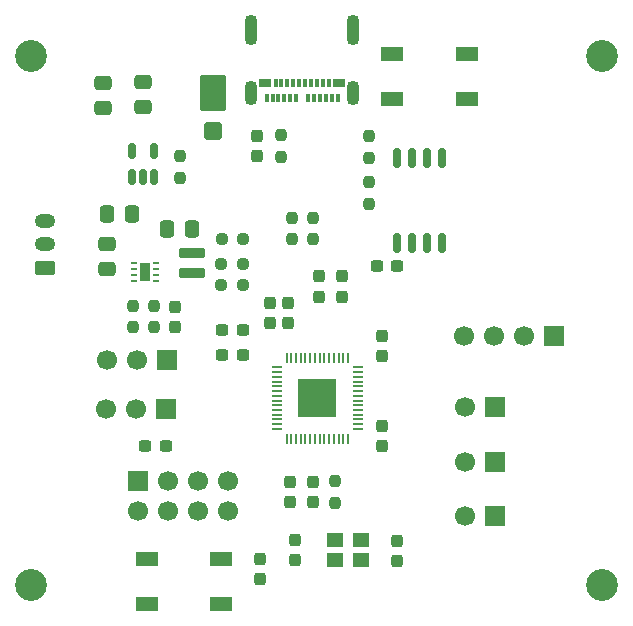
<source format=gbr>
%TF.GenerationSoftware,KiCad,Pcbnew,9.0.1*%
%TF.CreationDate,2025-11-13T19:44:27+01:00*%
%TF.ProjectId,RC thing,52432074-6869-46e6-972e-6b696361645f,rev?*%
%TF.SameCoordinates,Original*%
%TF.FileFunction,Soldermask,Bot*%
%TF.FilePolarity,Negative*%
%FSLAX46Y46*%
G04 Gerber Fmt 4.6, Leading zero omitted, Abs format (unit mm)*
G04 Created by KiCad (PCBNEW 9.0.1) date 2025-11-13 19:44:27*
%MOMM*%
%LPD*%
G01*
G04 APERTURE LIST*
G04 Aperture macros list*
%AMRoundRect*
0 Rectangle with rounded corners*
0 $1 Rounding radius*
0 $2 $3 $4 $5 $6 $7 $8 $9 X,Y pos of 4 corners*
0 Add a 4 corners polygon primitive as box body*
4,1,4,$2,$3,$4,$5,$6,$7,$8,$9,$2,$3,0*
0 Add four circle primitives for the rounded corners*
1,1,$1+$1,$2,$3*
1,1,$1+$1,$4,$5*
1,1,$1+$1,$6,$7*
1,1,$1+$1,$8,$9*
0 Add four rect primitives between the rounded corners*
20,1,$1+$1,$2,$3,$4,$5,0*
20,1,$1+$1,$4,$5,$6,$7,0*
20,1,$1+$1,$6,$7,$8,$9,0*
20,1,$1+$1,$8,$9,$2,$3,0*%
G04 Aperture macros list end*
%ADD10C,2.700000*%
%ADD11RoundRect,0.237500X-0.237500X0.250000X-0.237500X-0.250000X0.237500X-0.250000X0.237500X0.250000X0*%
%ADD12RoundRect,0.250000X-0.850000X1.300000X-0.850000X-1.300000X0.850000X-1.300000X0.850000X1.300000X0*%
%ADD13RoundRect,0.250000X-0.510000X0.500000X-0.510000X-0.500000X0.510000X-0.500000X0.510000X0.500000X0*%
%ADD14RoundRect,0.237500X-0.237500X0.300000X-0.237500X-0.300000X0.237500X-0.300000X0.237500X0.300000X0*%
%ADD15R,1.700000X1.700000*%
%ADD16C,1.700000*%
%ADD17RoundRect,0.237500X-0.250000X-0.237500X0.250000X-0.237500X0.250000X0.237500X-0.250000X0.237500X0*%
%ADD18RoundRect,0.237500X0.237500X-0.300000X0.237500X0.300000X-0.237500X0.300000X-0.237500X-0.300000X0*%
%ADD19RoundRect,0.162500X-0.162500X0.650000X-0.162500X-0.650000X0.162500X-0.650000X0.162500X0.650000X0*%
%ADD20RoundRect,0.250000X0.337500X0.475000X-0.337500X0.475000X-0.337500X-0.475000X0.337500X-0.475000X0*%
%ADD21RoundRect,0.237500X0.250000X0.237500X-0.250000X0.237500X-0.250000X-0.237500X0.250000X-0.237500X0*%
%ADD22RoundRect,0.237500X0.237500X-0.250000X0.237500X0.250000X-0.237500X0.250000X-0.237500X-0.250000X0*%
%ADD23RoundRect,0.250000X0.625000X-0.350000X0.625000X0.350000X-0.625000X0.350000X-0.625000X-0.350000X0*%
%ADD24O,1.750000X1.200000*%
%ADD25RoundRect,0.250000X-0.475000X0.337500X-0.475000X-0.337500X0.475000X-0.337500X0.475000X0.337500X0*%
%ADD26RoundRect,0.102000X-0.850000X-0.500000X0.850000X-0.500000X0.850000X0.500000X-0.850000X0.500000X0*%
%ADD27RoundRect,0.050000X0.387500X0.050000X-0.387500X0.050000X-0.387500X-0.050000X0.387500X-0.050000X0*%
%ADD28RoundRect,0.050000X0.050000X0.387500X-0.050000X0.387500X-0.050000X-0.387500X0.050000X-0.387500X0*%
%ADD29R,3.200000X3.200000*%
%ADD30RoundRect,0.102000X0.850000X0.500000X-0.850000X0.500000X-0.850000X-0.500000X0.850000X-0.500000X0*%
%ADD31RoundRect,0.237500X0.300000X0.237500X-0.300000X0.237500X-0.300000X-0.237500X0.300000X-0.237500X0*%
%ADD32RoundRect,0.062500X-0.187500X-0.062500X0.187500X-0.062500X0.187500X0.062500X-0.187500X0.062500X0*%
%ADD33R,0.900000X1.600000*%
%ADD34RoundRect,0.212500X0.887500X-0.212500X0.887500X0.212500X-0.887500X0.212500X-0.887500X-0.212500X0*%
%ADD35RoundRect,0.150000X0.150000X-0.512500X0.150000X0.512500X-0.150000X0.512500X-0.150000X-0.512500X0*%
%ADD36R,1.400000X1.200000*%
%ADD37R,0.300000X0.700000*%
%ADD38R,1.000000X0.700000*%
%ADD39O,1.100000X2.600000*%
%ADD40O,1.100000X2.100000*%
%ADD41RoundRect,0.250000X0.475000X-0.337500X0.475000X0.337500X-0.475000X0.337500X-0.475000X-0.337500X0*%
G04 APERTURE END LIST*
D10*
%TO.C,H3*%
X164225000Y-89875000D03*
%TD*%
%TO.C,H1*%
X115875000Y-45060000D03*
%TD*%
%TO.C,H2*%
X164200000Y-45060000D03*
%TD*%
%TO.C,H4*%
X115875000Y-89875000D03*
%TD*%
D11*
%TO.C,R7*%
X141625000Y-81075000D03*
X141625000Y-82900000D03*
%TD*%
D12*
%TO.C,D1*%
X131275000Y-48190000D03*
D13*
X131275000Y-51410000D03*
%TD*%
D14*
%TO.C,C10*%
X139775000Y-81125000D03*
X139775000Y-82850000D03*
%TD*%
D15*
%TO.C,U102*%
X124966750Y-81023250D03*
D16*
X124966750Y-83563250D03*
X127506750Y-81023250D03*
X127506750Y-83563250D03*
X130046750Y-81023250D03*
X130046750Y-83563250D03*
X132586750Y-81023250D03*
X132586750Y-83563250D03*
%TD*%
D15*
%TO.C,SW2*%
X155125000Y-74800000D03*
D16*
X152585000Y-74800000D03*
%TD*%
D17*
%TO.C,R403*%
X131987500Y-64425000D03*
X133812500Y-64425000D03*
%TD*%
D18*
%TO.C,C4*%
X137650000Y-67662500D03*
X137650000Y-65937500D03*
%TD*%
D15*
%TO.C,J2*%
X160180000Y-68725000D03*
D16*
X157640000Y-68725000D03*
X155100000Y-68725000D03*
X152560000Y-68725000D03*
%TD*%
D18*
%TO.C,C8*%
X136075000Y-67662500D03*
X136075000Y-65937500D03*
%TD*%
D19*
%TO.C,U3*%
X146890000Y-53675000D03*
X148160000Y-53675000D03*
X149430000Y-53675000D03*
X150700000Y-53675000D03*
X150700000Y-60850000D03*
X149430000Y-60850000D03*
X148160000Y-60850000D03*
X146890000Y-60850000D03*
%TD*%
D20*
%TO.C,C402*%
X124387500Y-58475000D03*
X122312500Y-58475000D03*
%TD*%
D18*
%TO.C,C15*%
X145600000Y-70482500D03*
X145600000Y-68757500D03*
%TD*%
%TO.C,C30*%
X128050000Y-68012500D03*
X128050000Y-66287500D03*
%TD*%
D15*
%TO.C,RV3*%
X127275000Y-74975000D03*
D16*
X124735000Y-74975000D03*
X122195000Y-74975000D03*
%TD*%
D21*
%TO.C,R405*%
X133861025Y-60525000D03*
X132036025Y-60525000D03*
%TD*%
D18*
%TO.C,C5*%
X142225000Y-65437500D03*
X142225000Y-63712500D03*
%TD*%
D22*
%TO.C,R10*%
X144500000Y-53687500D03*
X144500000Y-51862500D03*
%TD*%
D23*
%TO.C,BT1*%
X117075000Y-63000000D03*
D24*
X117075000Y-61000000D03*
X117075000Y-59000000D03*
%TD*%
D15*
%TO.C,SW3*%
X155125000Y-79390000D03*
D16*
X152585000Y-79390000D03*
%TD*%
D25*
%TO.C,C403*%
X122000000Y-47362500D03*
X122000000Y-49437500D03*
%TD*%
D26*
%TO.C,SW1*%
X125700000Y-87650000D03*
X132000000Y-87650000D03*
X125700000Y-91450000D03*
X132000000Y-91450000D03*
%TD*%
D27*
%TO.C,U2*%
X143550000Y-71425000D03*
X143550000Y-71825000D03*
X143550000Y-72225000D03*
X143550000Y-72625000D03*
X143550000Y-73025000D03*
X143550000Y-73425000D03*
X143550000Y-73825000D03*
X143550000Y-74225000D03*
X143550000Y-74625000D03*
X143550000Y-75025000D03*
X143550000Y-75425000D03*
X143550000Y-75825000D03*
X143550000Y-76225000D03*
X143550000Y-76625000D03*
D28*
X142712500Y-77462500D03*
X142312500Y-77462500D03*
X141912500Y-77462500D03*
X141512500Y-77462500D03*
X141112500Y-77462500D03*
X140712500Y-77462500D03*
X140312500Y-77462500D03*
X139912500Y-77462500D03*
X139512500Y-77462500D03*
X139112500Y-77462500D03*
X138712500Y-77462500D03*
X138312500Y-77462500D03*
X137912500Y-77462500D03*
X137512500Y-77462500D03*
D27*
X136675000Y-76625000D03*
X136675000Y-76225000D03*
X136675000Y-75825000D03*
X136675000Y-75425000D03*
X136675000Y-75025000D03*
X136675000Y-74625000D03*
X136675000Y-74225000D03*
X136675000Y-73825000D03*
X136675000Y-73425000D03*
X136675000Y-73025000D03*
X136675000Y-72625000D03*
X136675000Y-72225000D03*
X136675000Y-71825000D03*
X136675000Y-71425000D03*
D28*
X137512500Y-70587500D03*
X137912500Y-70587500D03*
X138312500Y-70587500D03*
X138712500Y-70587500D03*
X139112500Y-70587500D03*
X139512500Y-70587500D03*
X139912500Y-70587500D03*
X140312500Y-70587500D03*
X140712500Y-70587500D03*
X141112500Y-70587500D03*
X141512500Y-70587500D03*
X141912500Y-70587500D03*
X142312500Y-70587500D03*
X142712500Y-70587500D03*
D29*
X140112500Y-74025000D03*
%TD*%
D30*
%TO.C,SW5*%
X152775000Y-48725000D03*
X146475000Y-48725000D03*
X152775000Y-44925000D03*
X146475000Y-44925000D03*
%TD*%
D14*
%TO.C,C16*%
X135025000Y-51800000D03*
X135025000Y-53525000D03*
%TD*%
D20*
%TO.C,C404*%
X129486025Y-59700000D03*
X127411025Y-59700000D03*
%TD*%
D11*
%TO.C,R25*%
X124550000Y-66212500D03*
X124550000Y-68037500D03*
%TD*%
D31*
%TO.C,C1*%
X146875000Y-62850000D03*
X145150000Y-62850000D03*
%TD*%
D14*
%TO.C,C12*%
X145600000Y-76387500D03*
X145600000Y-78112500D03*
%TD*%
%TO.C,R1*%
X135275000Y-87650000D03*
X135275000Y-89375000D03*
%TD*%
D32*
%TO.C,U401*%
X124573525Y-64075000D03*
X124573525Y-63575000D03*
X124573525Y-63075000D03*
X124573525Y-62575000D03*
X126473525Y-62575000D03*
X126473525Y-63075000D03*
X126473525Y-63575000D03*
X126473525Y-64075000D03*
D33*
X125523525Y-63325000D03*
%TD*%
D15*
%TO.C,RV4*%
X127350000Y-70800000D03*
D16*
X124810000Y-70800000D03*
X122270000Y-70800000D03*
%TD*%
D31*
%TO.C,C11*%
X127275000Y-78050000D03*
X125550000Y-78050000D03*
%TD*%
D11*
%TO.C,R3*%
X137000000Y-51775000D03*
X137000000Y-53600000D03*
%TD*%
D17*
%TO.C,R404*%
X131986025Y-62625000D03*
X133811025Y-62625000D03*
%TD*%
D31*
%TO.C,C14*%
X133800000Y-68275000D03*
X132075000Y-68275000D03*
%TD*%
D11*
%TO.C,R2*%
X128475000Y-53537500D03*
X128475000Y-55362500D03*
%TD*%
D34*
%TO.C,L402*%
X129473525Y-63400000D03*
X129473525Y-61750000D03*
%TD*%
D14*
%TO.C,C3*%
X138200000Y-86037500D03*
X138200000Y-87762500D03*
%TD*%
D35*
%TO.C,U1*%
X126287500Y-55337500D03*
X125337500Y-55337500D03*
X124387500Y-55337500D03*
X124387500Y-53062500D03*
X126287500Y-53062500D03*
%TD*%
D18*
%TO.C,C2*%
X146900000Y-87812500D03*
X146900000Y-86087500D03*
%TD*%
D31*
%TO.C,C9*%
X133800000Y-70375000D03*
X132075000Y-70375000D03*
%TD*%
D25*
%TO.C,C403*%
X125325000Y-47287500D03*
X125325000Y-49362500D03*
%TD*%
D18*
%TO.C,C13*%
X140250000Y-65425000D03*
X140250000Y-63700000D03*
%TD*%
D22*
%TO.C,R26*%
X126325000Y-68037500D03*
X126325000Y-66212500D03*
%TD*%
D15*
%TO.C,SW4*%
X155125000Y-83980000D03*
D16*
X152585000Y-83980000D03*
%TD*%
D36*
%TO.C,Y3*%
X141625000Y-86050000D03*
X143825000Y-86050000D03*
X143825000Y-87750000D03*
X141625000Y-87750000D03*
%TD*%
D37*
%TO.C,P1*%
X135825000Y-48600000D03*
X136325000Y-48600000D03*
X136825000Y-48600000D03*
X137325000Y-48600000D03*
X137825000Y-48600000D03*
X138325000Y-48600000D03*
X139325000Y-48600000D03*
X139825000Y-48600000D03*
X140325000Y-48600000D03*
X140825000Y-48600000D03*
X141325000Y-48600000D03*
X141825000Y-48600000D03*
D38*
X141925000Y-47300000D03*
D37*
X141075000Y-47300000D03*
X140575000Y-47300000D03*
X140075000Y-47300000D03*
X139575000Y-47300000D03*
X139075000Y-47300000D03*
X138575000Y-47300000D03*
X138075000Y-47300000D03*
X137575000Y-47300000D03*
X137075000Y-47300000D03*
X136575000Y-47300000D03*
D38*
X135725000Y-47300000D03*
D39*
X134505000Y-42830000D03*
D40*
X134505000Y-48190000D03*
D39*
X143145000Y-42830000D03*
D40*
X143145000Y-48190000D03*
%TD*%
D22*
%TO.C,R8*%
X144525000Y-57562500D03*
X144525000Y-55737500D03*
%TD*%
D11*
%TO.C,R4*%
X137975000Y-58737500D03*
X137975000Y-60562500D03*
%TD*%
D14*
%TO.C,C6*%
X137775000Y-81125000D03*
X137775000Y-82850000D03*
%TD*%
D11*
%TO.C,R5*%
X139725000Y-58737500D03*
X139725000Y-60562500D03*
%TD*%
D41*
%TO.C,C401*%
X122323525Y-63062500D03*
X122323525Y-60987500D03*
%TD*%
M02*

</source>
